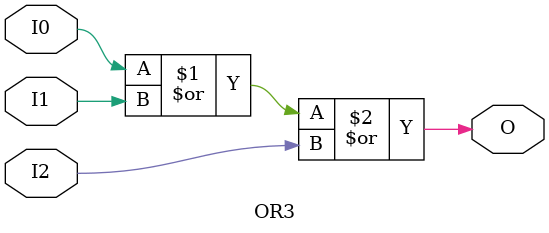
<source format=v>

`timescale  1 ps / 1 ps


module OR3 (O, I0, I1, I2);

    output O;

    input  I0, I1, I2;

    or O1 (O, I0, I1, I2);


endmodule


</source>
